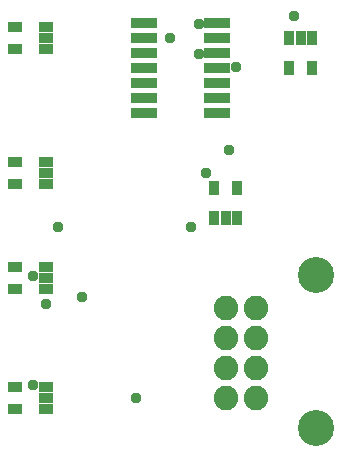
<source format=gbr>
G04 EAGLE Gerber RS-274X export*
G75*
%MOMM*%
%FSLAX34Y34*%
%LPD*%
%INSoldermask Top*%
%IPPOS*%
%AMOC8*
5,1,8,0,0,1.08239X$1,22.5*%
G01*
%ADD10R,1.193200X0.893200*%
%ADD11R,2.235200X0.863600*%
%ADD12R,0.893200X1.193200*%
%ADD13C,3.060700*%
%ADD14C,2.082800*%
%ADD15C,0.959600*%


D10*
X76400Y447700D03*
X76400Y457200D03*
X76400Y466700D03*
X50500Y466700D03*
X50500Y447700D03*
D11*
X221234Y698500D03*
X159766Y698500D03*
X221234Y711200D03*
X221234Y723900D03*
X159766Y711200D03*
X159766Y723900D03*
X221234Y736600D03*
X159766Y736600D03*
X221234Y749300D03*
X221234Y762000D03*
X159766Y749300D03*
X159766Y762000D03*
X221234Y774700D03*
X159766Y774700D03*
D10*
X76400Y549300D03*
X76400Y558800D03*
X76400Y568300D03*
X50500Y568300D03*
X50500Y549300D03*
D12*
X301600Y762200D03*
X292100Y762200D03*
X282600Y762200D03*
X282600Y736300D03*
X301600Y736300D03*
D10*
X76400Y638200D03*
X76400Y647700D03*
X76400Y657200D03*
X50500Y657200D03*
X50500Y638200D03*
D12*
X219100Y609400D03*
X228600Y609400D03*
X238100Y609400D03*
X238100Y635300D03*
X219100Y635300D03*
D10*
X76400Y752500D03*
X76400Y762000D03*
X76400Y771500D03*
X50500Y771500D03*
X50500Y752500D03*
D13*
X304800Y431800D03*
X304800Y561340D03*
D14*
X254000Y457200D03*
X228600Y457200D03*
X254000Y482600D03*
X228600Y482600D03*
X254000Y508000D03*
X228600Y508000D03*
X254000Y533400D03*
X228600Y533400D03*
D15*
X76200Y536448D03*
X65532Y560832D03*
X205740Y774192D03*
X231648Y667512D03*
X211836Y647700D03*
X106680Y542544D03*
X86868Y601980D03*
X181356Y762000D03*
X286512Y780288D03*
X205740Y748284D03*
X65532Y467868D03*
X199644Y601980D03*
X152400Y457200D03*
X237744Y737616D03*
M02*

</source>
